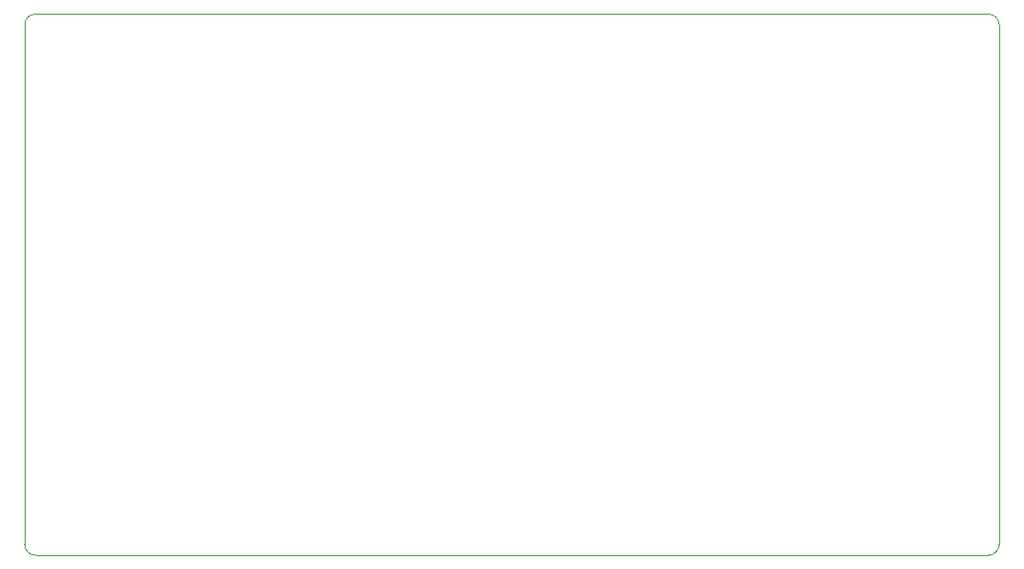
<source format=gbr>
G04 #@! TF.GenerationSoftware,KiCad,Pcbnew,5.0.2+dfsg1-1~bpo9+1*
G04 #@! TF.CreationDate,2019-04-13T12:23:51+03:00*
G04 #@! TF.ProjectId,kicad,6b696361-642e-46b6-9963-61645f706362,rev?*
G04 #@! TF.SameCoordinates,Original*
G04 #@! TF.FileFunction,Profile,NP*
%FSLAX46Y46*%
G04 Gerber Fmt 4.6, Leading zero omitted, Abs format (unit mm)*
G04 Created by KiCad (PCBNEW 5.0.2+dfsg1-1~bpo9+1) date Sat 13 Apr 2019 12:23:51 PM MSK*
%MOMM*%
%LPD*%
G01*
G04 APERTURE LIST*
%ADD10C,0.050000*%
G04 APERTURE END LIST*
D10*
X101000000Y-130000000D02*
G75*
G02X100000000Y-129000000I0J1000000D01*
G01*
X100000000Y-81000000D02*
G75*
G02X101000000Y-80000000I1000000J0D01*
G01*
X189000000Y-80000000D02*
G75*
G02X190000000Y-81000000I0J-1000000D01*
G01*
X190000000Y-129000000D02*
G75*
G02X189000000Y-130000000I-1000000J0D01*
G01*
X100000000Y-129000000D02*
X100000000Y-81000000D01*
X189000000Y-130000000D02*
X101000000Y-130000000D01*
X190000000Y-81000000D02*
X190000000Y-129000000D01*
X101000000Y-80000000D02*
X189000000Y-80000000D01*
M02*

</source>
